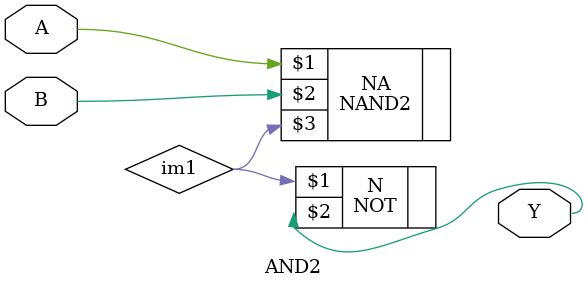
<source format=v>
`timescale 1ns / 1ps


module AND2(
    input A, B,
    output Y
    );
    
    wire im1;
    
    NAND2 NA (A, B, im1);
    NOT N (im1, Y);
endmodule

</source>
